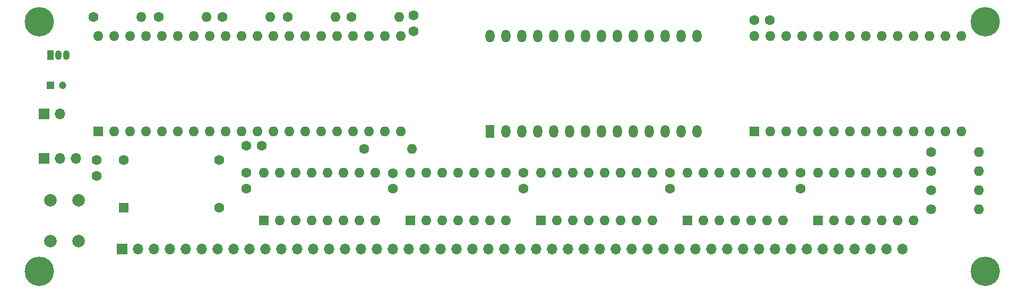
<source format=gts>
G04 #@! TF.GenerationSoftware,KiCad,Pcbnew,(5.1.9-0-10_14)*
G04 #@! TF.CreationDate,2021-05-12T02:12:47+02:00*
G04 #@! TF.ProjectId,mainboard_v2,6d61696e-626f-4617-9264-5f76322e6b69,rev?*
G04 #@! TF.SameCoordinates,Original*
G04 #@! TF.FileFunction,Soldermask,Top*
G04 #@! TF.FilePolarity,Negative*
%FSLAX46Y46*%
G04 Gerber Fmt 4.6, Leading zero omitted, Abs format (unit mm)*
G04 Created by KiCad (PCBNEW (5.1.9-0-10_14)) date 2021-05-12 02:12:47*
%MOMM*%
%LPD*%
G01*
G04 APERTURE LIST*
%ADD10O,1.440000X2.000000*%
%ADD11R,1.440000X2.000000*%
%ADD12C,1.600000*%
%ADD13R,1.600000X1.600000*%
%ADD14O,1.600000X1.600000*%
%ADD15O,1.700000X1.700000*%
%ADD16R,1.700000X1.700000*%
%ADD17C,2.000000*%
%ADD18C,4.700000*%
%ADD19R,1.050000X1.500000*%
%ADD20O,1.050000X1.500000*%
%ADD21C,1.200000*%
%ADD22R,1.200000X1.200000*%
G04 APERTURE END LIST*
D10*
X165862000Y-86868000D03*
X165862000Y-102108000D03*
X163322000Y-86868000D03*
X163322000Y-102108000D03*
X160782000Y-86868000D03*
X160782000Y-102108000D03*
X158242000Y-86868000D03*
X158242000Y-102108000D03*
X155702000Y-86868000D03*
X155702000Y-102108000D03*
X153162000Y-86868000D03*
X153162000Y-102108000D03*
X150622000Y-86868000D03*
X150622000Y-102108000D03*
X148082000Y-86868000D03*
X148082000Y-102108000D03*
X145542000Y-86868000D03*
X145542000Y-102108000D03*
X143002000Y-86868000D03*
X143002000Y-102108000D03*
X140462000Y-86868000D03*
X140462000Y-102108000D03*
X137922000Y-86868000D03*
X137922000Y-102108000D03*
X135382000Y-86868000D03*
X135382000Y-102108000D03*
X132842000Y-86868000D03*
D11*
X132842000Y-102108000D03*
D12*
X89662000Y-114300000D03*
X89662000Y-106680000D03*
X74422000Y-106680000D03*
D13*
X74422000Y-114300000D03*
D14*
X70358000Y-86868000D03*
X118618000Y-102108000D03*
X72898000Y-86868000D03*
X116078000Y-102108000D03*
X75438000Y-86868000D03*
X113538000Y-102108000D03*
X77978000Y-86868000D03*
X110998000Y-102108000D03*
X80518000Y-86868000D03*
X108458000Y-102108000D03*
X83058000Y-86868000D03*
X105918000Y-102108000D03*
X85598000Y-86868000D03*
X103378000Y-102108000D03*
X88138000Y-86868000D03*
X100838000Y-102108000D03*
X90678000Y-86868000D03*
X98298000Y-102108000D03*
X93218000Y-86868000D03*
X95758000Y-102108000D03*
X95758000Y-86868000D03*
X93218000Y-102108000D03*
X98298000Y-86868000D03*
X90678000Y-102108000D03*
X100838000Y-86868000D03*
X88138000Y-102108000D03*
X103378000Y-86868000D03*
X85598000Y-102108000D03*
X105918000Y-86868000D03*
X83058000Y-102108000D03*
X108458000Y-86868000D03*
X80518000Y-102108000D03*
X110998000Y-86868000D03*
X77978000Y-102108000D03*
X113538000Y-86868000D03*
X75438000Y-102108000D03*
X116078000Y-86868000D03*
X72898000Y-102108000D03*
X118618000Y-86868000D03*
D13*
X70358000Y-102108000D03*
D15*
X64262000Y-99314000D03*
D16*
X61722000Y-99314000D03*
D17*
X62738000Y-113134000D03*
X67238000Y-113134000D03*
X62738000Y-119634000D03*
X67238000Y-119634000D03*
D14*
X77216000Y-83820000D03*
D12*
X69596000Y-83820000D03*
D14*
X164338000Y-108712000D03*
X179578000Y-116332000D03*
X166878000Y-108712000D03*
X177038000Y-116332000D03*
X169418000Y-108712000D03*
X174498000Y-116332000D03*
X171958000Y-108712000D03*
X171958000Y-116332000D03*
X174498000Y-108712000D03*
X169418000Y-116332000D03*
X177038000Y-108712000D03*
X166878000Y-116332000D03*
X179578000Y-108712000D03*
D13*
X164338000Y-116332000D03*
D14*
X120142000Y-108712000D03*
X135382000Y-116332000D03*
X122682000Y-108712000D03*
X132842000Y-116332000D03*
X125222000Y-108712000D03*
X130302000Y-116332000D03*
X127762000Y-108712000D03*
X127762000Y-116332000D03*
X130302000Y-108712000D03*
X125222000Y-116332000D03*
X132842000Y-108712000D03*
X122682000Y-116332000D03*
X135382000Y-108712000D03*
D13*
X120142000Y-116332000D03*
D18*
X60960000Y-124460000D03*
X211836000Y-124460000D03*
X60960000Y-84582000D03*
X211836000Y-84582000D03*
D14*
X185166000Y-108712000D03*
X200406000Y-116332000D03*
X187706000Y-108712000D03*
X197866000Y-116332000D03*
X190246000Y-108712000D03*
X195326000Y-116332000D03*
X192786000Y-108712000D03*
X192786000Y-116332000D03*
X195326000Y-108712000D03*
X190246000Y-116332000D03*
X197866000Y-108712000D03*
X187706000Y-116332000D03*
X200406000Y-108712000D03*
D13*
X185166000Y-116332000D03*
D15*
X196088000Y-120904000D03*
X198628000Y-120904000D03*
X193548000Y-120904000D03*
X191008000Y-120904000D03*
X188468000Y-120904000D03*
X185928000Y-120904000D03*
X183388000Y-120904000D03*
X180848000Y-120904000D03*
X178308000Y-120904000D03*
X175768000Y-120904000D03*
D16*
X74168000Y-120904000D03*
D15*
X76708000Y-120904000D03*
X79248000Y-120904000D03*
X81788000Y-120904000D03*
X84328000Y-120904000D03*
X86868000Y-120904000D03*
X89408000Y-120904000D03*
X91948000Y-120904000D03*
X94488000Y-120904000D03*
X97028000Y-120904000D03*
X99568000Y-120904000D03*
X102108000Y-120904000D03*
X104648000Y-120904000D03*
X107188000Y-120904000D03*
X109728000Y-120904000D03*
X112268000Y-120904000D03*
X114808000Y-120904000D03*
X117348000Y-120904000D03*
X119888000Y-120904000D03*
X122428000Y-120904000D03*
X124968000Y-120904000D03*
X127508000Y-120904000D03*
X130048000Y-120904000D03*
X132588000Y-120904000D03*
X135128000Y-120904000D03*
X137668000Y-120904000D03*
X140208000Y-120904000D03*
X142748000Y-120904000D03*
X145288000Y-120904000D03*
X147828000Y-120904000D03*
X150368000Y-120904000D03*
X152908000Y-120904000D03*
X155448000Y-120904000D03*
X157988000Y-120904000D03*
X160528000Y-120904000D03*
X163068000Y-120904000D03*
X165608000Y-120904000D03*
X168148000Y-120904000D03*
X170688000Y-120904000D03*
X173228000Y-120904000D03*
D14*
X140970000Y-108712000D03*
X158750000Y-116332000D03*
X143510000Y-108712000D03*
X156210000Y-116332000D03*
X146050000Y-108712000D03*
X153670000Y-116332000D03*
X148590000Y-108712000D03*
X151130000Y-116332000D03*
X151130000Y-108712000D03*
X148590000Y-116332000D03*
X153670000Y-108712000D03*
X146050000Y-116332000D03*
X156210000Y-108712000D03*
X143510000Y-116332000D03*
X158750000Y-108712000D03*
D13*
X140970000Y-116332000D03*
D14*
X96774000Y-108712000D03*
X114554000Y-116332000D03*
X99314000Y-108712000D03*
X112014000Y-116332000D03*
X101854000Y-108712000D03*
X109474000Y-116332000D03*
X104394000Y-108712000D03*
X106934000Y-116332000D03*
X106934000Y-108712000D03*
X104394000Y-116332000D03*
X109474000Y-108712000D03*
X101854000Y-116332000D03*
X112014000Y-108712000D03*
X99314000Y-116332000D03*
X114554000Y-108712000D03*
D13*
X96774000Y-116332000D03*
D14*
X175006000Y-86868000D03*
X208026000Y-102108000D03*
X177546000Y-86868000D03*
X205486000Y-102108000D03*
X180086000Y-86868000D03*
X202946000Y-102108000D03*
X182626000Y-86868000D03*
X200406000Y-102108000D03*
X185166000Y-86868000D03*
X197866000Y-102108000D03*
X187706000Y-86868000D03*
X195326000Y-102108000D03*
X190246000Y-86868000D03*
X192786000Y-102108000D03*
X192786000Y-86868000D03*
X190246000Y-102108000D03*
X195326000Y-86868000D03*
X187706000Y-102108000D03*
X197866000Y-86868000D03*
X185166000Y-102108000D03*
X200406000Y-86868000D03*
X182626000Y-102108000D03*
X202946000Y-86868000D03*
X180086000Y-102108000D03*
X205486000Y-86868000D03*
X177546000Y-102108000D03*
X208026000Y-86868000D03*
D13*
X175006000Y-102108000D03*
D19*
X62738000Y-89916000D03*
D20*
X65278000Y-89916000D03*
X64008000Y-89916000D03*
D14*
X210820000Y-114554000D03*
D12*
X203200000Y-114554000D03*
D14*
X210820000Y-111506000D03*
D12*
X203200000Y-111506000D03*
D14*
X210820000Y-108458000D03*
D12*
X203200000Y-108458000D03*
D14*
X210820000Y-105410000D03*
D12*
X203200000Y-105410000D03*
D14*
X120396000Y-104902000D03*
D12*
X112776000Y-104902000D03*
D14*
X118364000Y-83820000D03*
D12*
X110744000Y-83820000D03*
D14*
X108204000Y-83820000D03*
D12*
X100584000Y-83820000D03*
D14*
X97790000Y-83820000D03*
D12*
X90170000Y-83820000D03*
D14*
X87630000Y-83820000D03*
D12*
X80010000Y-83820000D03*
D15*
X66802000Y-106426000D03*
X64262000Y-106426000D03*
D16*
X61722000Y-106426000D03*
D12*
X182372000Y-111212000D03*
X182372000Y-108712000D03*
X96480000Y-104394000D03*
X93980000Y-104394000D03*
X120650000Y-83566000D03*
X120650000Y-86066000D03*
X177506000Y-84328000D03*
X175006000Y-84328000D03*
X70104000Y-109180000D03*
X70104000Y-106680000D03*
X93980000Y-111212000D03*
X93980000Y-108712000D03*
X117348000Y-111252000D03*
X117348000Y-108752000D03*
X138176000Y-111212000D03*
X138176000Y-108712000D03*
X161544000Y-111212000D03*
X161544000Y-108712000D03*
D21*
X64738000Y-94742000D03*
D22*
X62738000Y-94742000D03*
M02*

</source>
